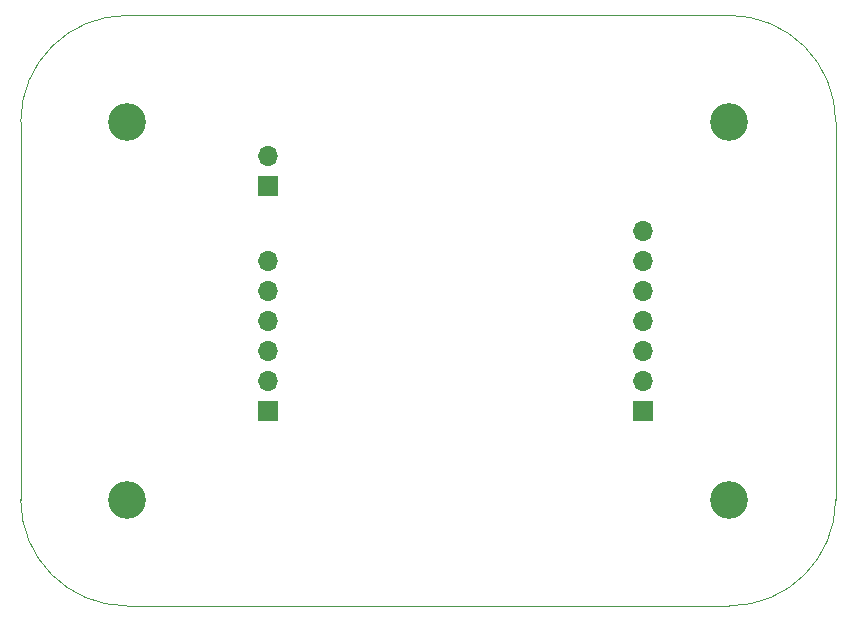
<source format=gbr>
%TF.GenerationSoftware,KiCad,Pcbnew,(5.1.10)-1*%
%TF.CreationDate,2021-08-02T08:48:12-04:00*%
%TF.ProjectId,lora-testing-board,6c6f7261-2d74-4657-9374-696e672d626f,rev?*%
%TF.SameCoordinates,Original*%
%TF.FileFunction,Soldermask,Bot*%
%TF.FilePolarity,Negative*%
%FSLAX46Y46*%
G04 Gerber Fmt 4.6, Leading zero omitted, Abs format (unit mm)*
G04 Created by KiCad (PCBNEW (5.1.10)-1) date 2021-08-02 08:48:12*
%MOMM*%
%LPD*%
G01*
G04 APERTURE LIST*
%TA.AperFunction,Profile*%
%ADD10C,0.050000*%
%TD*%
%ADD11C,3.200000*%
%ADD12R,1.700000X1.700000*%
%ADD13O,1.700000X1.700000*%
G04 APERTURE END LIST*
D10*
X137000000Y-118000000D02*
G75*
G02*
X128000000Y-127000000I-9000000J0D01*
G01*
X77000000Y-127000000D02*
G75*
G02*
X68000000Y-118000000I0J9000000D01*
G01*
X128000000Y-77000000D02*
G75*
G02*
X137000000Y-86000000I0J-9000000D01*
G01*
X68000000Y-86000000D02*
G75*
G02*
X77000000Y-77000000I9000000J0D01*
G01*
X128000000Y-77000000D02*
X77000000Y-77000000D01*
X137000000Y-118000000D02*
X137000000Y-86000000D01*
X77000000Y-127000000D02*
X128000000Y-127000000D01*
X68000000Y-86000000D02*
X68000000Y-118000000D01*
D11*
%TO.C,REF\u002A\u002A*%
X77000000Y-86000000D03*
%TD*%
%TO.C,REF\u002A\u002A*%
X128000000Y-86000000D03*
%TD*%
%TO.C,REF\u002A\u002A*%
X128000000Y-118000000D03*
%TD*%
%TO.C,REF\u002A\u002A*%
X77000000Y-118000000D03*
%TD*%
D12*
%TO.C,J1*%
X88900000Y-91440000D03*
D13*
X88900000Y-88900000D03*
%TD*%
D12*
%TO.C,J2*%
X88900000Y-110490000D03*
D13*
X88900000Y-107950000D03*
X88900000Y-105410000D03*
X88900000Y-102870000D03*
X88900000Y-100330000D03*
X88900000Y-97790000D03*
%TD*%
D12*
%TO.C,J4*%
X120650000Y-110490000D03*
D13*
X120650000Y-107950000D03*
X120650000Y-105410000D03*
X120650000Y-102870000D03*
X120650000Y-100330000D03*
X120650000Y-97790000D03*
X120650000Y-95250000D03*
%TD*%
M02*

</source>
